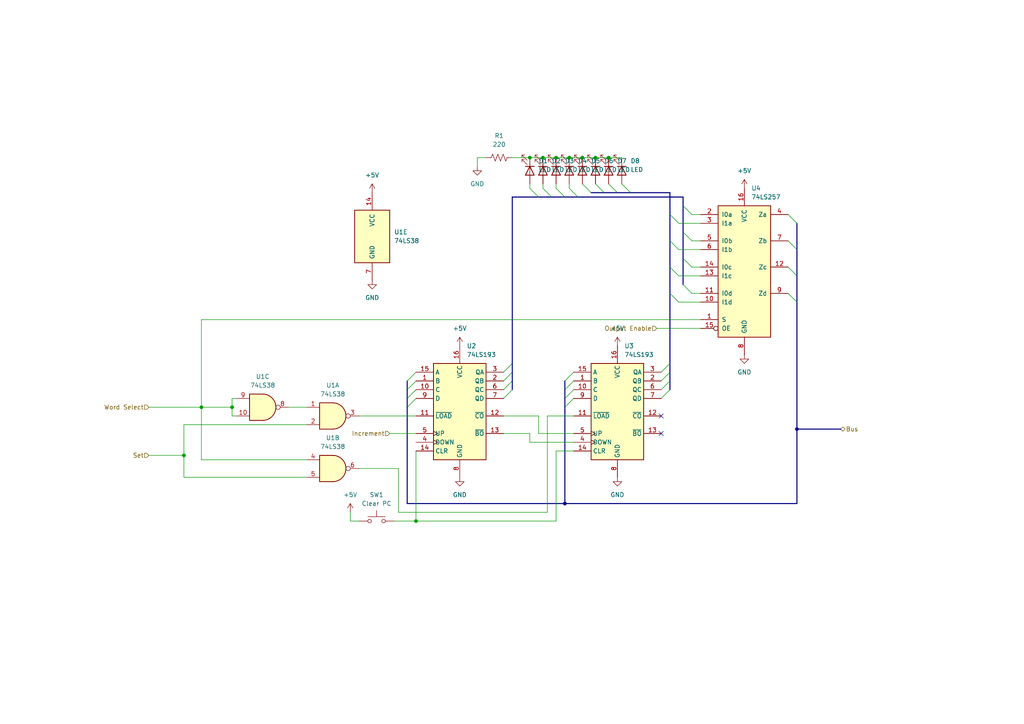
<source format=kicad_sch>
(kicad_sch (version 20211123) (generator eeschema)
  (paper "A4")
  (lib_symbols
    (symbol "74xx:74LS193"
      (property "Reference" "U" (at -7.62 13.97 0))
      (property "Value" "74LS193" (at 5.08 13.97 0))
      (symbol "74LS193_1_0"
        (pin input line (at -12.7 7.62 0) (length 5.08) (name "B") (number "1"))
        (pin input line (at -12.7 5.08 0) (length 5.08) (name "C") (number "10"))
        (pin input line (at -12.7 -2.54 0) (length 5.08) (name "~{LOAD}") (number "11"))
        (pin output line (at 12.7 -2.54 180) (length 5.08) (name "~{CO}") (number "12"))
        (pin output line (at 12.7 -7.62 180) (length 5.08) (name "~{BO}") (number "13"))
        (pin input line (at -12.7 -12.7 0) (length 5.08) (name "CLR") (number "14"))
        (pin input line (at -12.7 10.16 0) (length 5.08) (name "A") (number "15"))
        (pin power_in line (at 0 17.78 270) (length 5.08) (name "VCC") (number "16"))
        (pin output line (at 12.7 7.62 180) (length 5.08) (name "QB") (number "2"))
        (pin output line (at 12.7 10.16 180) (length 5.08) (name "QA") (number "3"))
        (pin input clock (at -12.7 -10.16 0) (length 5.08) (name "DOWN") (number "4"))
        (pin input clock (at -12.7 -7.62 0) (length 5.08) (name "UP") (number "5"))
        (pin output line (at 12.7 5.08 180) (length 5.08) (name "QC") (number "6"))
        (pin output line (at 12.7 2.54 180) (length 5.08) (name "QD") (number "7"))
        (pin power_in line (at 0 -20.32 90) (length 5.08) (name "GND") (number "8"))
        (pin input line (at -12.7 2.54 0) (length 5.08) (name "D") (number "9"))
      )
      (symbol "74LS193_1_1"
        (rectangle (start -7.62 12.7) (end 7.62 -15.24) (stroke (width 0.254)) (fill (type background)))
      )
    )
    (symbol "74xx:74LS257" (pin_names (offset 1.016))
      (property "Reference" "U" (at -7.62 19.05 0))
      (property "Value" "74LS257" (at -7.62 -21.59 0))
      (symbol "74LS257_1_0"
        (pin input line (at -12.7 -15.24 0) (length 5.08) (name "S") (number "1"))
        (pin input line (at -12.7 -10.16 0) (length 5.08) (name "I1d") (number "10"))
        (pin input line (at -12.7 -7.62 0) (length 5.08) (name "I0d") (number "11"))
        (pin tri_state line (at 12.7 0 180) (length 5.08) (name "Zc") (number "12"))
        (pin input line (at -12.7 -2.54 0) (length 5.08) (name "I1c") (number "13"))
        (pin input line (at -12.7 0 0) (length 5.08) (name "I0c") (number "14"))
        (pin input inverted (at -12.7 -17.78 0) (length 5.08) (name "OE") (number "15"))
        (pin power_in line (at 0 22.86 270) (length 5.08) (name "VCC") (number "16"))
        (pin input line (at -12.7 15.24 0) (length 5.08) (name "I0a") (number "2"))
        (pin input line (at -12.7 12.7 0) (length 5.08) (name "I1a") (number "3"))
        (pin tri_state line (at 12.7 15.24 180) (length 5.08) (name "Za") (number "4"))
        (pin input line (at -12.7 7.62 0) (length 5.08) (name "I0b") (number "5"))
        (pin input line (at -12.7 5.08 0) (length 5.08) (name "I1b") (number "6"))
        (pin tri_state line (at 12.7 7.62 180) (length 5.08) (name "Zb") (number "7"))
        (pin power_in line (at 0 -25.4 90) (length 5.08) (name "GND") (number "8"))
        (pin tri_state line (at 12.7 -7.62 180) (length 5.08) (name "Zd") (number "9"))
      )
      (symbol "74LS257_1_1"
        (rectangle (start -7.62 17.78) (end 7.62 -20.32) (stroke (width 0.254)) (fill (type background)))
      )
    )
    (symbol "74xx:74LS38" (pin_names (offset 1.016))
      (property "Reference" "U" (at 0 1.27 0))
      (property "Value" "74LS38" (at 0 -1.27 0))
      (symbol "74LS38_1_1"
        (arc (start 0 -3.81) (mid 3.81 0) (end 0 3.81) (stroke (width 0.254)) (fill (type background)))
        (polyline (pts (xy 0 3.81) (xy -3.81 3.81) (xy -3.81 -3.81) (xy 0 -3.81)) (stroke (width 0.254)) (fill (type background)))
        (pin input line (at -7.62 2.54 0) (length 3.81) (name "~") (number "1"))
        (pin input line (at -7.62 -2.54 0) (length 3.81) (name "~") (number "2"))
        (pin open_collector inverted (at 7.62 0 180) (length 3.81) (name "~") (number "3"))
      )
      (symbol "74LS38_1_2"
        (arc (start -3.81 -3.81) (mid -2.589 0) (end -3.81 3.81) (stroke (width 0.254)))
        (arc (start -0.6096 -3.81) (mid 2.1842 -2.5851) (end 3.81 0) (stroke (width 0.254)) (fill (type background)))
        (polyline (pts (xy -3.81 -3.81) (xy -0.635 -3.81)) (stroke (width 0.254)) (fill (type background)))
        (polyline (pts (xy -3.81 3.81) (xy -0.635 3.81)) (stroke (width 0.254)) (fill (type background)))
        (polyline (pts (xy -0.635 3.81) (xy -3.81 3.81) (xy -3.81 3.81) (xy -3.556 3.4036) (xy -3.0226 2.2606) (xy -2.6924 1.0414) (xy -2.6162 -0.254) (xy -2.7686 -1.4986) (xy -3.175 -2.7178) (xy -3.81 -3.81) (xy -3.81 -3.81) (xy -0.635 -3.81)) (stroke (width -25.4)) (fill (type background)))
        (arc (start 3.81 0) (mid 2.1915 2.5936) (end -0.6096 3.81) (stroke (width 0.254)) (fill (type background)))
        (pin input inverted (at -7.62 2.54 0) (length 4.318) (name "~") (number "1"))
        (pin input inverted (at -7.62 -2.54 0) (length 4.318) (name "~") (number "2"))
        (pin open_collector line (at 7.62 0 180) (length 3.81) (name "~") (number "3"))
      )
      (symbol "74LS38_2_1"
        (arc (start 0 -3.81) (mid 3.81 0) (end 0 3.81) (stroke (width 0.254)) (fill (type background)))
        (polyline (pts (xy 0 3.81) (xy -3.81 3.81) (xy -3.81 -3.81) (xy 0 -3.81)) (stroke (width 0.254)) (fill (type background)))
        (pin input line (at -7.62 2.54 0) (length 3.81) (name "~") (number "4"))
        (pin input line (at -7.62 -2.54 0) (length 3.81) (name "~") (number "5"))
        (pin open_collector inverted (at 7.62 0 180) (length 3.81) (name "~") (number "6"))
      )
      (symbol "74LS38_2_2"
        (arc (start -3.81 -3.81) (mid -2.589 0) (end -3.81 3.81) (stroke (width 0.254)))
        (arc (start -0.6096 -3.81) (mid 2.1842 -2.5851) (end 3.81 0) (stroke (width 0.254)) (fill (type background)))
        (polyline (pts (xy -3.81 -3.81) (xy -0.635 -3.81)) (stroke (width 0.254)) (fill (type background)))
        (polyline (pts (xy -3.81 3.81) (xy -0.635 3.81)) (stroke (width 0.254)) (fill (type background)))
        (polyline (pts (xy -0.635 3.81) (xy -3.81 3.81) (xy -3.81 3.81) (xy -3.556 3.4036) (xy -3.0226 2.2606) (xy -2.6924 1.0414) (xy -2.6162 -0.254) (xy -2.7686 -1.4986) (xy -3.175 -2.7178) (xy -3.81 -3.81) (xy -3.81 -3.81) (xy -0.635 -3.81)) (stroke (width -25.4)) (fill (type background)))
        (arc (start 3.81 0) (mid 2.1915 2.5936) (end -0.6096 3.81) (stroke (width 0.254)) (fill (type background)))
        (pin input inverted (at -7.62 2.54 0) (length 4.318) (name "~") (number "4"))
        (pin input inverted (at -7.62 -2.54 0) (length 4.318) (name "~") (number "5"))
        (pin open_collector line (at 7.62 0 180) (length 3.81) (name "~") (number "6"))
      )
      (symbol "74LS38_3_1"
        (arc (start 0 -3.81) (mid 3.81 0) (end 0 3.81) (stroke (width 0.254)) (fill (type background)))
        (polyline (pts (xy 0 3.81) (xy -3.81 3.81) (xy -3.81 -3.81) (xy 0 -3.81)) (stroke (width 0.254)) (fill (type background)))
        (pin input line (at -7.62 -2.54 0) (length 3.81) (name "~") (number "10"))
        (pin open_collector inverted (at 7.62 0 180) (length 3.81) (name "~") (number "8"))
        (pin input line (at -7.62 2.54 0) (length 3.81) (name "~") (number "9"))
      )
      (symbol "74LS38_3_2"
        (arc (start -3.81 -3.81) (mid -2.589 0) (end -3.81 3.81) (stroke (width 0.254)))
        (arc (start -0.6096 -3.81) (mid 2.1842 -2.5851) (end 3.81 0) (stroke (width 0.254)) (fill (type background)))
        (polyline (pts (xy -3.81 -3.81) (xy -0.635 -3.81)) (stroke (width 0.254)) (fill (type background)))
        (polyline (pts (xy -3.81 3.81) (xy -0.635 3.81)) (stroke (width 0.254)) (fill (type background)))
        (polyline (pts (xy -0.635 3.81) (xy -3.81 3.81) (xy -3.81 3.81) (xy -3.556 3.4036) (xy -3.0226 2.2606) (xy -2.6924 1.0414) (xy -2.6162 -0.254) (xy -2.7686 -1.4986) (xy -3.175 -2.7178) (xy -3.81 -3.81) (xy -3.81 -3.81) (xy -0.635 -3.81)) (stroke (width -25.4)) (fill (type background)))
        (arc (start 3.81 0) (mid 2.1915 2.5936) (end -0.6096 3.81) (stroke (width 0.254)) (fill (type background)))
        (pin input inverted (at -7.62 -2.54 0) (length 4.318) (name "~") (number "10"))
        (pin open_collector line (at 7.62 0 180) (length 3.81) (name "~") (number "8"))
        (pin input inverted (at -7.62 2.54 0) (length 4.318) (name "~") (number "9"))
      )
      (symbol "74LS38_4_1"
        (arc (start 0 -3.81) (mid 3.81 0) (end 0 3.81) (stroke (width 0.254)) (fill (type background)))
        (polyline (pts (xy 0 3.81) (xy -3.81 3.81) (xy -3.81 -3.81) (xy 0 -3.81)) (stroke (width 0.254)) (fill (type background)))
        (pin open_collector inverted (at 7.62 0 180) (length 3.81) (name "~") (number "11"))
        (pin input line (at -7.62 2.54 0) (length 3.81) (name "~") (number "12"))
        (pin input line (at -7.62 -2.54 0) (length 3.81) (name "~") (number "13"))
      )
      (symbol "74LS38_4_2"
        (arc (start -3.81 -3.81) (mid -2.589 0) (end -3.81 3.81) (stroke (width 0.254)))
        (arc (start -0.6096 -3.81) (mid 2.1842 -2.5851) (end 3.81 0) (stroke (width 0.254)) (fill (type background)))
        (polyline (pts (xy -3.81 -3.81) (xy -0.635 -3.81)) (stroke (width 0.254)) (fill (type background)))
        (polyline (pts (xy -3.81 3.81) (xy -0.635 3.81)) (stroke (width 0.254)) (fill (type background)))
        (polyline (pts (xy -0.635 3.81) (xy -3.81 3.81) (xy -3.81 3.81) (xy -3.556 3.4036) (xy -3.0226 2.2606) (xy -2.6924 1.0414) (xy -2.6162 -0.254) (xy -2.7686 -1.4986) (xy -3.175 -2.7178) (xy -3.81 -3.81) (xy -3.81 -3.81) (xy -0.635 -3.81)) (stroke (width -25.4)) (fill (type background)))
        (arc (start 3.81 0) (mid 2.1915 2.5936) (end -0.6096 3.81) (stroke (width 0.254)) (fill (type background)))
        (pin open_collector line (at 7.62 0 180) (length 3.81) (name "~") (number "11"))
        (pin input inverted (at -7.62 2.54 0) (length 4.318) (name "~") (number "12"))
        (pin input inverted (at -7.62 -2.54 0) (length 4.318) (name "~") (number "13"))
      )
      (symbol "74LS38_5_0"
        (pin power_in line (at 0 12.7 270) (length 5.08) (name "VCC") (number "14"))
        (pin power_in line (at 0 -12.7 90) (length 5.08) (name "GND") (number "7"))
      )
      (symbol "74LS38_5_1"
        (rectangle (start -5.08 7.62) (end 5.08 -7.62) (stroke (width 0.254)) (fill (type background)))
      )
    )
    (symbol "Device:LED" (pin_numbers hide) (pin_names (offset 1.016) hide)
      (property "Reference" "D" (at 0 2.54 0))
      (property "Value" "LED" (at 0 -2.54 0))
      (symbol "LED_0_1"
        (polyline (pts (xy -1.27 -1.27) (xy -1.27 1.27)) (stroke (width 0.254)))
        (polyline (pts (xy -1.27 0) (xy 1.27 0)))
        (polyline (pts (xy 1.27 -1.27) (xy 1.27 1.27) (xy -1.27 0) (xy 1.27 -1.27)) (stroke (width 0.254)))
        (polyline (pts (xy -3.048 -0.762) (xy -4.572 -2.286) (xy -3.81 -2.286) (xy -4.572 -2.286) (xy -4.572 -1.524)))
        (polyline (pts (xy -1.778 -0.762) (xy -3.302 -2.286) (xy -2.54 -2.286) (xy -3.302 -2.286) (xy -3.302 -1.524)))
      )
      (symbol "LED_1_1"
        (pin passive line (at -3.81 0 0) (length 2.54) (name "K") (number "1"))
        (pin passive line (at 3.81 0 180) (length 2.54) (name "A") (number "2"))
      )
    )
    (symbol "Device:R_US" (pin_numbers hide) (pin_names (offset 0))
      (property "Reference" "R" (at 2.54 0 90))
      (property "Value" "R_US" (at -2.54 0 90))
      (symbol "R_US_0_1"
        (polyline (pts (xy 0 -2.286) (xy 0 -2.54)))
        (polyline (pts (xy 0 2.286) (xy 0 2.54)))
        (polyline (pts (xy 0 -0.762) (xy 1.016 -1.143) (xy 0 -1.524) (xy -1.016 -1.905) (xy 0 -2.286)))
        (polyline (pts (xy 0 0.762) (xy 1.016 0.381) (xy 0 0) (xy -1.016 -0.381) (xy 0 -0.762)))
        (polyline (pts (xy 0 2.286) (xy 1.016 1.905) (xy 0 1.524) (xy -1.016 1.143) (xy 0 0.762)))
      )
      (symbol "R_US_1_1"
        (pin passive line (at 0 3.81 270) (length 1.27) (name "~") (number "1"))
        (pin passive line (at 0 -3.81 90) (length 1.27) (name "~") (number "2"))
      )
    )
    (symbol "Switch:SW_Push" (pin_numbers hide) (pin_names (offset 1.016) hide)
      (property "Reference" "SW" (at 1.27 2.54 0))
      (property "Value" "SW_Push" (at 0 -1.524 0))
      (symbol "SW_Push_0_1"
        (circle (center -2.032 0) (radius 0.508))
        (polyline (pts (xy 0 1.27) (xy 0 3.048)))
        (polyline (pts (xy 2.54 1.27) (xy -2.54 1.27)))
        (circle (center 2.032 0) (radius 0.508))
        (pin passive line (at -5.08 0 0) (length 2.54) (name "1") (number "1"))
        (pin passive line (at 5.08 0 180) (length 2.54) (name "2") (number "2"))
      )
    )
    (symbol "power:+5V" (power) (pin_names (offset 0))
      (property "Value" "+5V" (at 0 3.556 0))
      (symbol "+5V_0_1"
        (polyline (pts (xy -0.762 1.27) (xy 0 2.54)))
        (polyline (pts (xy 0 0) (xy 0 2.54)))
        (polyline (pts (xy 0 2.54) (xy 0.762 1.27)))
      )
      (symbol "+5V_1_1"
        (pin power_in line (at 0 0 90) (length 0) hide (name "+5V") (number "1"))
      )
    )
    (symbol "power:GND" (power) (pin_names (offset 0))
      (property "Value" "GND" (at 0 -3.81 0))
      (symbol "GND_0_1"
        (polyline (pts (xy 0 0) (xy 0 -1.27) (xy 1.27 -1.27) (xy 0 -2.54) (xy -1.27 -1.27) (xy 0 -1.27)))
      )
      (symbol "GND_1_1"
        (pin power_in line (at 0 0 270) (length 0) hide (name "GND") (number "1"))
      )
    )
  )
  (junction (at 176.53 45.72))
  (junction (at 157.48 45.72))
  (junction (at 153.67 45.72))
  (junction (at 67.31 118.11))
  (junction (at 231.14 124.46))
  (junction (at 172.72 45.72))
  (junction (at 120.65 151.13))
  (junction (at 163.83 146.05))
  (junction (at 58.42 118.11))
  (junction (at 161.29 45.72))
  (junction (at 165.1 45.72))
  (junction (at 53.34 132.08))
  (junction (at 168.91 45.72))
  (no_connect (at 191.77 125.73))
  (no_connect (at 191.77 120.65))
  (bus_entry (at 198.12 59.69) (size 2.54 2.54))
  (bus_entry (at 194.31 69.85) (size 2.54 2.54))
  (bus_entry (at 228.6 77.47) (size 2.54 2.54))
  (bus_entry (at 198.12 67.31) (size 2.54 2.54))
  (bus_entry (at 120.65 115.57) (size -2.54 2.54))
  (bus_entry (at 120.65 110.49) (size -2.54 2.54))
  (bus_entry (at 166.37 113.03) (size -2.54 2.54))
  (bus_entry (at 194.31 77.47) (size 2.54 2.54))
  (bus_entry (at 228.6 69.85) (size 2.54 2.54))
  (bus_entry (at 146.05 107.95) (size 2.54 -2.54))
  (bus_entry (at 198.12 74.93) (size 2.54 2.54))
  (bus_entry (at 194.31 62.23) (size 2.54 2.54))
  (bus_entry (at 194.31 107.95) (size -2.54 2.54))
  (bus_entry (at 161.29 54.61) (size 2.54 2.54))
  (bus_entry (at 176.53 53.34) (size 2.54 2.54))
  (bus_entry (at 194.31 85.09) (size 2.54 2.54))
  (bus_entry (at 166.37 107.95) (size -2.54 2.54))
  (bus_entry (at 198.12 82.55) (size 2.54 2.54))
  (bus_entry (at 194.31 110.49) (size -2.54 2.54))
  (bus_entry (at 228.6 62.23) (size 2.54 2.54))
  (bus_entry (at 194.31 105.41) (size -2.54 2.54))
  (bus_entry (at 166.37 115.57) (size -2.54 2.54))
  (bus_entry (at 146.05 113.03) (size 2.54 -2.54))
  (bus_entry (at 146.05 110.49) (size 2.54 -2.54))
  (bus_entry (at 166.37 110.49) (size -2.54 2.54))
  (bus_entry (at 157.48 54.61) (size 2.54 2.54))
  (bus_entry (at 165.1 54.61) (size 2.54 2.54))
  (bus_entry (at 172.72 53.34) (size 2.54 2.54))
  (bus_entry (at 146.05 115.57) (size 2.54 -2.54))
  (bus_entry (at 153.67 54.61) (size 2.54 2.54))
  (bus_entry (at 120.65 107.95) (size -2.54 2.54))
  (bus_entry (at 194.31 113.03) (size -2.54 2.54))
  (bus_entry (at 228.6 85.09) (size 2.54 2.54))
  (bus_entry (at 168.91 53.34) (size 2.54 2.54))
  (bus_entry (at 120.65 113.03) (size -2.54 2.54))
  (bus_entry (at 180.34 53.34) (size 2.54 2.54))
  (bus (pts (xy 194.31 69.85) (xy 194.31 77.47)))
  (bus (pts (xy 148.59 107.95) (xy 148.59 105.41)))
  (wire (pts (xy 158.75 120.65) (xy 166.37 120.65)))
  (bus (pts (xy 167.64 57.15) (xy 198.12 57.15)))
  (wire (pts (xy 153.67 125.73) (xy 153.67 128.27)))
  (wire (pts (xy 196.85 72.39) (xy 203.2 72.39)))
  (bus (pts (xy 163.83 118.11) (xy 163.83 146.05)))
  (bus (pts (xy 148.59 110.49) (xy 148.59 107.95)))
  (wire (pts (xy 58.42 92.71) (xy 58.42 118.11)))
  (bus (pts (xy 160.02 57.15) (xy 163.83 57.15)))
  (bus (pts (xy 118.11 115.57) (xy 118.11 118.11)))
  (wire (pts (xy 146.05 125.73) (xy 153.67 125.73)))
  (bus (pts (xy 175.26 55.88) (xy 179.07 55.88)))
  (bus (pts (xy 194.31 62.23) (xy 194.31 55.88)))
  (bus (pts (xy 163.83 110.49) (xy 163.83 113.03)))
  (wire (pts (xy 165.1 53.34) (xy 165.1 54.61)))
  (wire (pts (xy 120.65 130.81) (xy 120.65 151.13)))
  (bus (pts (xy 118.11 110.49) (xy 118.11 113.03)))
  (wire (pts (xy 120.65 151.13) (xy 161.29 151.13)))
  (wire (pts (xy 58.42 133.35) (xy 58.42 118.11)))
  (wire (pts (xy 168.91 45.72) (xy 172.72 45.72)))
  (wire (pts (xy 68.58 115.57) (xy 67.31 115.57)))
  (wire (pts (xy 67.31 115.57) (xy 67.31 118.11)))
  (bus (pts (xy 118.11 118.11) (xy 118.11 146.05)))
  (wire (pts (xy 67.31 120.65) (xy 68.58 120.65)))
  (wire (pts (xy 53.34 132.08) (xy 53.34 138.43)))
  (wire (pts (xy 43.18 132.08) (xy 53.34 132.08)))
  (wire (pts (xy 196.85 87.63) (xy 203.2 87.63)))
  (bus (pts (xy 198.12 57.15) (xy 198.12 59.69)))
  (wire (pts (xy 83.82 118.11) (xy 88.9 118.11)))
  (wire (pts (xy 43.18 118.11) (xy 58.42 118.11)))
  (bus (pts (xy 194.31 77.47) (xy 194.31 85.09)))
  (bus (pts (xy 231.14 64.77) (xy 231.14 72.39)))
  (bus (pts (xy 194.31 105.41) (xy 194.31 107.95)))
  (wire (pts (xy 200.66 69.85) (xy 203.2 69.85)))
  (wire (pts (xy 88.9 133.35) (xy 58.42 133.35)))
  (bus (pts (xy 231.14 80.01) (xy 231.14 87.63)))
  (wire (pts (xy 161.29 151.13) (xy 161.29 130.81)))
  (wire (pts (xy 200.66 85.09) (xy 203.2 85.09)))
  (wire (pts (xy 200.66 62.23) (xy 203.2 62.23)))
  (wire (pts (xy 115.57 135.89) (xy 104.14 135.89)))
  (bus (pts (xy 198.12 74.93) (xy 198.12 82.55)))
  (wire (pts (xy 157.48 45.72) (xy 161.29 45.72)))
  (wire (pts (xy 67.31 118.11) (xy 67.31 120.65)))
  (wire (pts (xy 165.1 45.72) (xy 168.91 45.72)))
  (wire (pts (xy 104.14 151.13) (xy 101.6 151.13)))
  (wire (pts (xy 101.6 148.59) (xy 101.6 151.13)))
  (bus (pts (xy 171.45 55.88) (xy 175.26 55.88)))
  (bus (pts (xy 198.12 67.31) (xy 198.12 74.93)))
  (wire (pts (xy 153.67 53.34) (xy 153.67 54.61)))
  (bus (pts (xy 156.21 57.15) (xy 160.02 57.15)))
  (wire (pts (xy 161.29 130.81) (xy 166.37 130.81)))
  (wire (pts (xy 140.97 45.72) (xy 138.43 45.72)))
  (bus (pts (xy 231.14 146.05) (xy 231.14 124.46)))
  (wire (pts (xy 104.14 120.65) (xy 120.65 120.65)))
  (bus (pts (xy 118.11 113.03) (xy 118.11 115.57)))
  (wire (pts (xy 196.85 64.77) (xy 203.2 64.77)))
  (wire (pts (xy 161.29 45.72) (xy 165.1 45.72)))
  (wire (pts (xy 146.05 120.65) (xy 156.21 120.65)))
  (wire (pts (xy 203.2 92.71) (xy 58.42 92.71)))
  (wire (pts (xy 88.9 123.19) (xy 53.34 123.19)))
  (bus (pts (xy 163.83 57.15) (xy 167.64 57.15)))
  (bus (pts (xy 194.31 110.49) (xy 194.31 113.03)))
  (bus (pts (xy 163.83 115.57) (xy 163.83 118.11)))
  (bus (pts (xy 148.59 105.41) (xy 148.59 57.15)))
  (bus (pts (xy 148.59 57.15) (xy 156.21 57.15)))
  (wire (pts (xy 156.21 120.65) (xy 156.21 125.73)))
  (wire (pts (xy 148.59 45.72) (xy 153.67 45.72)))
  (wire (pts (xy 115.57 148.59) (xy 115.57 135.89)))
  (wire (pts (xy 158.75 148.59) (xy 115.57 148.59)))
  (bus (pts (xy 231.14 72.39) (xy 231.14 80.01)))
  (wire (pts (xy 156.21 125.73) (xy 166.37 125.73)))
  (bus (pts (xy 231.14 124.46) (xy 243.84 124.46)))
  (bus (pts (xy 231.14 87.63) (xy 231.14 124.46)))
  (wire (pts (xy 113.03 125.73) (xy 120.65 125.73)))
  (wire (pts (xy 161.29 53.34) (xy 161.29 54.61)))
  (wire (pts (xy 176.53 45.72) (xy 180.34 45.72)))
  (wire (pts (xy 158.75 120.65) (xy 158.75 148.59)))
  (bus (pts (xy 118.11 146.05) (xy 163.83 146.05)))
  (wire (pts (xy 196.85 80.01) (xy 203.2 80.01)))
  (wire (pts (xy 157.48 53.34) (xy 157.48 54.61)))
  (wire (pts (xy 120.65 151.13) (xy 114.3 151.13)))
  (wire (pts (xy 53.34 123.19) (xy 53.34 132.08)))
  (bus (pts (xy 179.07 55.88) (xy 182.88 55.88)))
  (wire (pts (xy 200.66 77.47) (xy 203.2 77.47)))
  (bus (pts (xy 194.31 85.09) (xy 194.31 105.41)))
  (bus (pts (xy 194.31 107.95) (xy 194.31 110.49)))
  (wire (pts (xy 190.5 95.25) (xy 203.2 95.25)))
  (wire (pts (xy 53.34 138.43) (xy 88.9 138.43)))
  (bus (pts (xy 163.83 113.03) (xy 163.83 115.57)))
  (wire (pts (xy 58.42 118.11) (xy 67.31 118.11)))
  (wire (pts (xy 153.67 128.27) (xy 166.37 128.27)))
  (bus (pts (xy 198.12 59.69) (xy 198.12 67.31)))
  (bus (pts (xy 194.31 62.23) (xy 194.31 69.85)))
  (wire (pts (xy 153.67 45.72) (xy 157.48 45.72)))
  (bus (pts (xy 182.88 55.88) (xy 194.31 55.88)))
  (bus (pts (xy 163.83 146.05) (xy 231.14 146.05)))
  (bus (pts (xy 148.59 113.03) (xy 148.59 110.49)))
  (wire (pts (xy 138.43 45.72) (xy 138.43 48.26)))
  (wire (pts (xy 172.72 45.72) (xy 176.53 45.72)))
  (hierarchical_label "Bus" (shape bidirectional) (at 243.84 124.46 0))
  (hierarchical_label "Word Select" (shape input) (at 43.18 118.11 180))
  (hierarchical_label "Increment" (shape input) (at 113.03 125.73 180))
  (hierarchical_label "Set" (shape input) (at 43.18 132.08 180))
  (hierarchical_label "Output Enable" (shape input) (at 190.5 95.25 180))
  (symbol (lib_id "Device:LED") (at 180.34 49.53 270) (unit 1)
    (property "Reference" "D8" (at 182.88 46.6724 90) (effects (justify left)))
    (property "Value" "LED" (at 182.88 49.2124 90) (effects (justify left)))
  )
  (symbol (lib_id "Device:LED") (at 153.67 49.53 270) (unit 1)
    (property "Reference" "D1" (at 156.21 46.6724 90) (effects (justify left)))
    (property "Value" "LED" (at 156.21 49.2124 90) (effects (justify left)))
  )
  (symbol (lib_id "Device:LED") (at 168.91 49.53 270) (unit 1)
    (property "Reference" "D5" (at 171.45 46.6724 90) (effects (justify left)))
    (property "Value" "LED" (at 171.45 49.2124 90) (effects (justify left)))
  )
  (symbol (lib_id "74xx:74LS38") (at 76.2 118.11 0) (unit 3)
    (property "Reference" "U1" (at 76.2 109.22 0))
    (property "Value" "74LS38" (at 76.2 111.76 0))
    (property "Datasheet" "http://www.ti.com/lit/gpn/sn74LS38" (effects hide))
  )
  (symbol (lib_id "power:GND") (at 138.43 48.26 0) (unit 1)
    (property "Reference" "#PWR0104" (effects hide))
    (property "Value" "GND" (at 138.43 53.34 0))
  )
  (symbol (lib_id "Device:LED") (at 157.48 49.53 270) (unit 1)
    (property "Reference" "D2" (at 160.02 46.6724 90) (effects (justify left)))
    (property "Value" "LED" (at 160.02 49.2124 90) (effects (justify left)))
  )
  (symbol (lib_id "power:+5V") (at 101.6 148.59 0) (unit 1)
    (property "Reference" "#PWR0107" (effects hide))
    (property "Value" "+5V" (at 101.6 143.51 0))
  )
  (symbol (lib_id "Switch:SW_Push") (at 109.22 151.13 0) (unit 1)
    (property "Reference" "SW1" (at 109.22 143.51 0))
    (property "Value" "Clear PC" (at 109.22 146.05 0))
  )
  (symbol (lib_id "Device:LED") (at 165.1 49.53 270) (unit 1)
    (property "Reference" "D4" (at 167.64 46.6724 90) (effects (justify left)))
    (property "Value" "LED" (at 167.64 49.2124 90) (effects (justify left)))
  )
  (symbol (lib_id "Device:LED") (at 161.29 49.53 270) (unit 1)
    (property "Reference" "D3" (at 163.83 46.6724 90) (effects (justify left)))
    (property "Value" "LED" (at 163.83 49.2124 90) (effects (justify left)))
  )
  (symbol (lib_id "power:GND") (at 179.07 138.43 0) (unit 1)
    (property "Reference" "#PWR0108" (effects hide))
    (property "Value" "GND" (at 179.07 143.51 0))
  )
  (symbol (lib_id "74xx:74LS193") (at 179.07 118.11 0) (unit 1)
    (property "Reference" "U3" (at 181.0894 100.33 0) (effects (justify left)))
    (property "Value" "74LS193" (at 181.0894 102.87 0) (effects (justify left)))
    (property "Datasheet" "http://www.ti.com/lit/ds/symlink/sn74ls193.pdf" (effects hide))
  )
  (symbol (lib_id "74xx:74LS38") (at 107.95 68.58 0) (unit 5)
    (property "Reference" "U1" (at 114.3 67.3099 0) (effects (justify left)))
    (property "Value" "74LS38" (at 114.3 69.8499 0) (effects (justify left)))
    (property "Datasheet" "http://www.ti.com/lit/gpn/sn74LS38" (effects hide))
  )
  (symbol (lib_id "power:GND") (at 107.95 81.28 0) (unit 1)
    (property "Reference" "#PWR0106" (effects hide))
    (property "Value" "GND" (at 107.95 86.36 0))
  )
  (symbol (lib_id "74xx:74LS193") (at 133.35 118.11 0) (unit 1)
    (property "Reference" "U2" (at 135.3694 100.33 0) (effects (justify left)))
    (property "Value" "74LS193" (at 135.3694 102.87 0) (effects (justify left)))
    (property "Datasheet" "http://www.ti.com/lit/ds/symlink/sn74ls193.pdf" (effects hide))
  )
  (symbol (lib_id "74xx:74LS257") (at 215.9 77.47 0) (unit 1)
    (property "Reference" "U4" (at 217.9194 54.61 0) (effects (justify left)))
    (property "Value" "74LS257" (at 217.9194 57.15 0) (effects (justify left)))
    (property "Datasheet" "http://www.ti.com/lit/gpn/sn74LS257" (effects hide))
  )
  (symbol (lib_id "Device:LED") (at 176.53 49.53 270) (unit 1)
    (property "Reference" "D7" (at 179.07 46.6724 90) (effects (justify left)))
    (property "Value" "LED" (at 179.07 49.2124 90) (effects (justify left)))
  )
  (symbol (lib_id "power:+5V") (at 133.35 100.33 0) (unit 1)
    (property "Reference" "#PWR0102" (effects hide))
    (property "Value" "+5V" (at 133.35 95.25 0))
  )
  (symbol (lib_id "power:GND") (at 133.35 138.43 0) (unit 1)
    (property "Reference" "#PWR0101" (effects hide))
    (property "Value" "GND" (at 133.35 143.51 0))
  )
  (symbol (lib_id "74xx:74LS38") (at 96.52 135.89 0) (unit 2)
    (property "Reference" "U1" (at 96.52 127 0))
    (property "Value" "74LS38" (at 96.52 129.54 0))
    (property "Datasheet" "http://www.ti.com/lit/gpn/sn74LS38" (effects hide))
  )
  (symbol (lib_id "power:+5V") (at 179.07 100.33 0) (unit 1)
    (property "Reference" "#PWR0110" (effects hide))
    (property "Value" "+5V" (at 179.07 95.25 0))
  )
  (symbol (lib_id "power:GND") (at 215.9 102.87 0) (unit 1)
    (property "Reference" "#PWR0109" (effects hide))
    (property "Value" "GND" (at 215.9 107.95 0))
  )
  (symbol (lib_id "Device:R_US") (at 144.78 45.72 90) (unit 1)
    (property "Reference" "R1" (at 144.78 39.37 90))
    (property "Value" "220" (at 144.78 41.91 90))
  )
  (symbol (lib_id "Device:LED") (at 172.72 49.53 270) (unit 1)
    (property "Reference" "D6" (at 175.26 46.6724 90) (effects (justify left)))
    (property "Value" "LED" (at 175.26 49.2124 90) (effects (justify left)))
  )
  (symbol (lib_id "74xx:74LS38") (at 96.52 120.65 0) (unit 1)
    (property "Reference" "U1" (at 96.52 111.76 0))
    (property "Value" "74LS38" (at 96.52 114.3 0))
    (property "Datasheet" "http://www.ti.com/lit/gpn/sn74LS38" (effects hide))
  )
  (symbol (lib_id "power:+5V") (at 215.9 54.61 0) (unit 1)
    (property "Reference" "#PWR0103" (effects hide))
    (property "Value" "+5V" (at 215.9 49.53 0))
  )
  (symbol (lib_id "power:+5V") (at 107.95 55.88 0) (unit 1)
    (property "Reference" "#PWR0105" (effects hide))
    (property "Value" "+5V" (at 107.95 50.8 0))
  )
)
</source>
